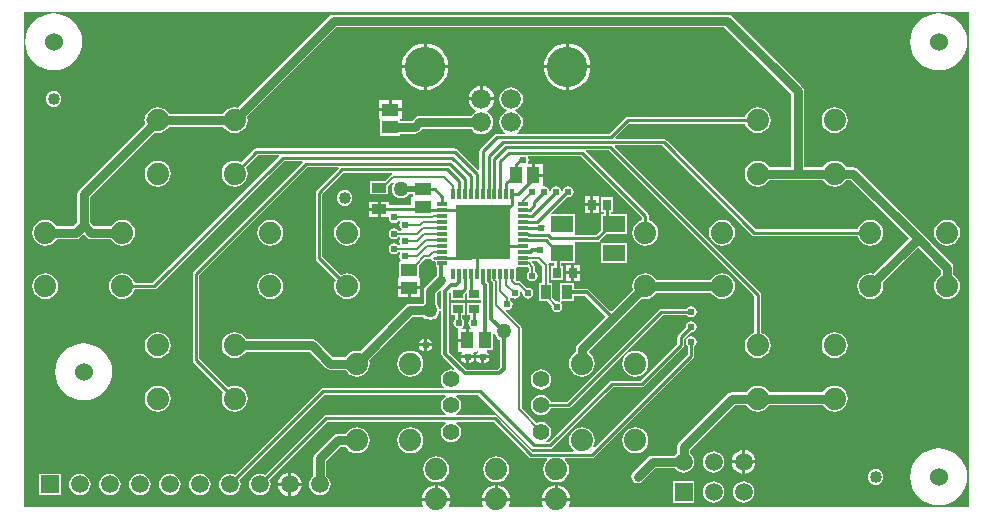
<source format=gtl>
%FSLAX25Y25*%
%MOIN*%
G70*
G01*
G75*
G04 Layer_Physical_Order=1*
G04 Layer_Color=3229647*
G04:AMPARAMS|DCode=10|XSize=40mil|YSize=40mil|CornerRadius=20mil|HoleSize=0mil|Usage=FLASHONLY|Rotation=0.000|XOffset=0mil|YOffset=0mil|HoleType=Round|Shape=RoundedRectangle|*
%AMROUNDEDRECTD10*
21,1,0.04000,0.00000,0,0,0.0*
21,1,0.00000,0.04000,0,0,0.0*
1,1,0.04000,0.00000,0.00000*
1,1,0.04000,0.00000,0.00000*
1,1,0.04000,0.00000,0.00000*
1,1,0.04000,0.00000,0.00000*
%
%ADD10ROUNDEDRECTD10*%
%ADD11R,0.03200X0.01200*%
%ADD12R,0.01200X0.03200*%
%ADD13R,0.04800X0.03200*%
%ADD14R,0.03200X0.04800*%
%ADD15R,0.03600X0.02800*%
%ADD16R,0.05512X0.04331*%
%ADD17R,0.04331X0.05512*%
%ADD18R,0.02800X0.03600*%
%ADD19R,0.07500X0.05600*%
%ADD20C,0.01000*%
%ADD21C,0.03000*%
%ADD22C,0.01200*%
%ADD23C,0.00800*%
%ADD24C,0.02000*%
%ADD25R,0.18000X0.18000*%
%ADD26C,0.06000*%
%ADD27C,0.05906*%
%ADD28R,0.05906X0.05906*%
%ADD29C,0.07400*%
%ADD30C,0.13500*%
%ADD31C,0.06600*%
%ADD32C,0.05512*%
%ADD33C,0.02400*%
%ADD34C,0.05000*%
%ADD35C,0.02300*%
G36*
X445000Y105000D02*
X312002D01*
X311724Y105416D01*
X312079Y106273D01*
X312175Y107000D01*
X302825D01*
X302921Y106273D01*
X303276Y105416D01*
X302998Y105000D01*
X292002D01*
X291724Y105416D01*
X292079Y106273D01*
X292175Y107000D01*
X282825D01*
X282921Y106273D01*
X283276Y105416D01*
X282998Y105000D01*
X272002D01*
X271724Y105416D01*
X272079Y106273D01*
X272175Y107000D01*
X262825D01*
X262921Y106273D01*
X263276Y105416D01*
X262998Y105000D01*
X130000D01*
Y270000D01*
X445000D01*
Y105000D01*
D02*
G37*
%LPC*%
G36*
X370500Y123921D02*
Y120500D01*
X373921D01*
X373851Y121032D01*
X373453Y121993D01*
X372819Y122819D01*
X371993Y123453D01*
X371032Y123851D01*
X370500Y123921D01*
D02*
G37*
G36*
X369500D02*
X368968Y123851D01*
X368007Y123453D01*
X367181Y122819D01*
X366547Y121993D01*
X366149Y121032D01*
X366079Y120500D01*
X369500D01*
Y123921D01*
D02*
G37*
G36*
X241100Y131537D02*
X239978Y131389D01*
X238931Y130956D01*
X238033Y130267D01*
X237344Y129369D01*
X237333Y129341D01*
X234700D01*
X233881Y129178D01*
X233186Y128714D01*
X227236Y122764D01*
X226772Y122069D01*
X226609Y121250D01*
Y115335D01*
X226216Y115034D01*
X225647Y114292D01*
X225289Y113427D01*
X225167Y112500D01*
X225289Y111573D01*
X225647Y110708D01*
X226216Y109966D01*
X226958Y109397D01*
X227823Y109039D01*
X228750Y108917D01*
X229677Y109039D01*
X230542Y109397D01*
X231284Y109966D01*
X231853Y110708D01*
X232211Y111573D01*
X232333Y112500D01*
X232211Y113427D01*
X231853Y114292D01*
X231284Y115034D01*
X230891Y115335D01*
Y120363D01*
X235587Y125059D01*
X237333D01*
X237344Y125031D01*
X238033Y124133D01*
X238931Y123444D01*
X239978Y123011D01*
X241100Y122863D01*
X242222Y123011D01*
X243269Y123444D01*
X244167Y124133D01*
X244856Y125031D01*
X245289Y126077D01*
X245437Y127200D01*
X245289Y128323D01*
X244856Y129369D01*
X244167Y130267D01*
X243269Y130956D01*
X242222Y131389D01*
X241100Y131537D01*
D02*
G37*
G36*
X333900D02*
X332778Y131389D01*
X331731Y130956D01*
X330833Y130267D01*
X330144Y129369D01*
X329711Y128323D01*
X329563Y127200D01*
X329711Y126077D01*
X330144Y125031D01*
X330833Y124133D01*
X331731Y123444D01*
X332778Y123011D01*
X333900Y122863D01*
X335022Y123011D01*
X336069Y123444D01*
X336967Y124133D01*
X337656Y125031D01*
X338089Y126077D01*
X338237Y127200D01*
X338089Y128323D01*
X337656Y129369D01*
X336967Y130267D01*
X336069Y130956D01*
X335022Y131389D01*
X333900Y131537D01*
D02*
G37*
G36*
X258900D02*
X257778Y131389D01*
X256731Y130956D01*
X255833Y130267D01*
X255144Y129369D01*
X254711Y128323D01*
X254563Y127200D01*
X254711Y126077D01*
X255144Y125031D01*
X255833Y124133D01*
X256731Y123444D01*
X257778Y123011D01*
X258900Y122863D01*
X260022Y123011D01*
X261069Y123444D01*
X261967Y124133D01*
X262656Y125031D01*
X263089Y126077D01*
X263237Y127200D01*
X263089Y128323D01*
X262656Y129369D01*
X261967Y130267D01*
X261069Y130956D01*
X260022Y131389D01*
X258900Y131537D01*
D02*
G37*
G36*
X287500Y121837D02*
X286378Y121689D01*
X285331Y121256D01*
X284433Y120567D01*
X283744Y119669D01*
X283311Y118623D01*
X283163Y117500D01*
X283311Y116377D01*
X283744Y115331D01*
X284433Y114433D01*
X285331Y113744D01*
X286378Y113311D01*
X287500Y113163D01*
X288622Y113311D01*
X289669Y113744D01*
X290567Y114433D01*
X291256Y115331D01*
X291689Y116377D01*
X291837Y117500D01*
X291689Y118623D01*
X291256Y119669D01*
X290567Y120567D01*
X289669Y121256D01*
X288622Y121689D01*
X287500Y121837D01*
D02*
G37*
G36*
X267500D02*
X266377Y121689D01*
X265331Y121256D01*
X264433Y120567D01*
X263744Y119669D01*
X263311Y118623D01*
X263163Y117500D01*
X263311Y116377D01*
X263744Y115331D01*
X264433Y114433D01*
X265331Y113744D01*
X266377Y113311D01*
X267500Y113163D01*
X268622Y113311D01*
X269669Y113744D01*
X270567Y114433D01*
X271256Y115331D01*
X271689Y116377D01*
X271837Y117500D01*
X271689Y118623D01*
X271256Y119669D01*
X270567Y120567D01*
X269669Y121256D01*
X268622Y121689D01*
X267500Y121837D01*
D02*
G37*
G36*
X369500Y119500D02*
X366079D01*
X366149Y118968D01*
X366547Y118007D01*
X367181Y117181D01*
X368007Y116547D01*
X368968Y116149D01*
X369500Y116079D01*
Y119500D01*
D02*
G37*
G36*
X360000Y123583D02*
X359073Y123461D01*
X358208Y123103D01*
X357466Y122534D01*
X356897Y121792D01*
X356539Y120927D01*
X356417Y120000D01*
X356539Y119073D01*
X356897Y118208D01*
X357466Y117466D01*
X358208Y116897D01*
X359073Y116539D01*
X360000Y116417D01*
X360927Y116539D01*
X361792Y116897D01*
X362534Y117466D01*
X363103Y118208D01*
X363461Y119073D01*
X363583Y120000D01*
X363461Y120927D01*
X363103Y121792D01*
X362534Y122534D01*
X361792Y123103D01*
X360927Y123461D01*
X360000Y123583D01*
D02*
G37*
G36*
X373921Y119500D02*
X370500D01*
Y116079D01*
X371032Y116149D01*
X371993Y116547D01*
X372819Y117181D01*
X373453Y118007D01*
X373851Y118968D01*
X373921Y119500D01*
D02*
G37*
G36*
X174700Y145437D02*
X173577Y145289D01*
X172531Y144856D01*
X171633Y144167D01*
X170944Y143269D01*
X170511Y142222D01*
X170363Y141100D01*
X170511Y139978D01*
X170944Y138931D01*
X171633Y138033D01*
X172531Y137344D01*
X173577Y136911D01*
X174700Y136763D01*
X175822Y136911D01*
X176869Y137344D01*
X177767Y138033D01*
X178456Y138931D01*
X178889Y139978D01*
X179037Y141100D01*
X178889Y142222D01*
X178456Y143269D01*
X177767Y144167D01*
X176869Y144856D01*
X175822Y145289D01*
X174700Y145437D01*
D02*
G37*
G36*
X400300Y163237D02*
X399178Y163089D01*
X398131Y162656D01*
X397233Y161967D01*
X396544Y161069D01*
X396111Y160022D01*
X395963Y158900D01*
X396111Y157778D01*
X396544Y156731D01*
X397233Y155833D01*
X398131Y155144D01*
X399178Y154711D01*
X400300Y154563D01*
X401423Y154711D01*
X402469Y155144D01*
X403367Y155833D01*
X404056Y156731D01*
X404489Y157778D01*
X404637Y158900D01*
X404489Y160022D01*
X404056Y161069D01*
X403367Y161967D01*
X402469Y162656D01*
X401423Y163089D01*
X400300Y163237D01*
D02*
G37*
G36*
X174700D02*
X173577Y163089D01*
X172531Y162656D01*
X171633Y161967D01*
X170944Y161069D01*
X170511Y160022D01*
X170363Y158900D01*
X170511Y157778D01*
X170944Y156731D01*
X171633Y155833D01*
X172531Y155144D01*
X173577Y154711D01*
X174700Y154563D01*
X175822Y154711D01*
X176869Y155144D01*
X177767Y155833D01*
X178456Y156731D01*
X178889Y157778D01*
X179037Y158900D01*
X178889Y160022D01*
X178456Y161069D01*
X177767Y161967D01*
X176869Y162656D01*
X175822Y163089D01*
X174700Y163237D01*
D02*
G37*
G36*
X263500Y158500D02*
X261856D01*
X261928Y158142D01*
X262414Y157414D01*
X263142Y156928D01*
X263500Y156856D01*
Y158500D01*
D02*
G37*
G36*
Y161144D02*
X263142Y161072D01*
X262414Y160586D01*
X261928Y159858D01*
X261856Y159500D01*
X263500D01*
Y161144D01*
D02*
G37*
G36*
X266144Y158500D02*
X264500D01*
Y156856D01*
X264858Y156928D01*
X265586Y157414D01*
X266072Y158142D01*
X266144Y158500D01*
D02*
G37*
G36*
X400300Y145437D02*
X399178Y145289D01*
X398131Y144856D01*
X397233Y144167D01*
X396544Y143269D01*
X396533Y143241D01*
X378467D01*
X378456Y143269D01*
X377767Y144167D01*
X376869Y144856D01*
X375822Y145289D01*
X374700Y145437D01*
X373577Y145289D01*
X372531Y144856D01*
X371633Y144167D01*
X370944Y143269D01*
X370933Y143241D01*
X366100D01*
X365281Y143078D01*
X364586Y142614D01*
X348486Y126514D01*
X348022Y125819D01*
X347859Y125000D01*
Y122835D01*
X347466Y122534D01*
X347165Y122141D01*
X339750D01*
X338931Y121978D01*
X338236Y121514D01*
X333236Y116514D01*
X332772Y115819D01*
X332609Y115000D01*
X332772Y114181D01*
X333236Y113486D01*
X333931Y113022D01*
X334750Y112859D01*
X335569Y113022D01*
X336264Y113486D01*
X340637Y117859D01*
X347165D01*
X347466Y117466D01*
X348208Y116897D01*
X349073Y116539D01*
X350000Y116417D01*
X350927Y116539D01*
X351792Y116897D01*
X352534Y117466D01*
X353103Y118208D01*
X353461Y119073D01*
X353583Y120000D01*
X353461Y120927D01*
X353103Y121792D01*
X352534Y122534D01*
X352141Y122835D01*
Y124113D01*
X366987Y138959D01*
X370933D01*
X370944Y138931D01*
X371633Y138033D01*
X372531Y137344D01*
X373577Y136911D01*
X374700Y136763D01*
X375822Y136911D01*
X376869Y137344D01*
X377767Y138033D01*
X378456Y138931D01*
X378467Y138959D01*
X396533D01*
X396544Y138931D01*
X397233Y138033D01*
X398131Y137344D01*
X399178Y136911D01*
X400300Y136763D01*
X401423Y136911D01*
X402469Y137344D01*
X403367Y138033D01*
X404056Y138931D01*
X404489Y139978D01*
X404637Y141100D01*
X404489Y142222D01*
X404056Y143269D01*
X403367Y144167D01*
X402469Y144856D01*
X401423Y145289D01*
X400300Y145437D01*
D02*
G37*
G36*
X150000Y159496D02*
X148147Y159313D01*
X146366Y158773D01*
X144725Y157895D01*
X143286Y156714D01*
X142105Y155275D01*
X141227Y153634D01*
X140687Y151853D01*
X140504Y150000D01*
X140687Y148147D01*
X141227Y146366D01*
X142105Y144725D01*
X143286Y143286D01*
X144725Y142105D01*
X146366Y141227D01*
X148147Y140687D01*
X150000Y140504D01*
X151853Y140687D01*
X153634Y141227D01*
X155275Y142105D01*
X156714Y143286D01*
X157895Y144725D01*
X158773Y146366D01*
X159313Y148147D01*
X159496Y150000D01*
X159313Y151853D01*
X158773Y153634D01*
X157895Y155275D01*
X156714Y156714D01*
X155275Y157895D01*
X153634Y158773D01*
X151853Y159313D01*
X150000Y159496D01*
D02*
G37*
G36*
X302500Y150885D02*
X301624Y150769D01*
X300808Y150431D01*
X300107Y149893D01*
X299569Y149192D01*
X299231Y148376D01*
X299115Y147500D01*
X299231Y146624D01*
X299569Y145808D01*
X300107Y145106D01*
X300808Y144569D01*
X301624Y144230D01*
X302500Y144115D01*
X303376Y144230D01*
X304192Y144569D01*
X304893Y145106D01*
X305431Y145808D01*
X305769Y146624D01*
X305885Y147500D01*
X305769Y148376D01*
X305431Y149192D01*
X304893Y149893D01*
X304192Y150431D01*
X303376Y150769D01*
X302500Y150885D01*
D02*
G37*
G36*
X333900Y157137D02*
X332778Y156989D01*
X331731Y156556D01*
X330833Y155867D01*
X330144Y154969D01*
X329711Y153922D01*
X329563Y152800D01*
X329711Y151678D01*
X330144Y150631D01*
X330833Y149733D01*
X331731Y149044D01*
X332778Y148611D01*
X333900Y148463D01*
X335022Y148611D01*
X336069Y149044D01*
X336967Y149733D01*
X337656Y150631D01*
X338089Y151678D01*
X338237Y152800D01*
X338089Y153922D01*
X337656Y154969D01*
X336967Y155867D01*
X336069Y156556D01*
X335022Y156989D01*
X333900Y157137D01*
D02*
G37*
G36*
X258900D02*
X257778Y156989D01*
X256731Y156556D01*
X255833Y155867D01*
X255144Y154969D01*
X254711Y153922D01*
X254563Y152800D01*
X254711Y151678D01*
X255144Y150631D01*
X255833Y149733D01*
X256731Y149044D01*
X257778Y148611D01*
X258900Y148463D01*
X260022Y148611D01*
X261069Y149044D01*
X261967Y149733D01*
X262656Y150631D01*
X263089Y151678D01*
X263237Y152800D01*
X263089Y153922D01*
X262656Y154969D01*
X261967Y155867D01*
X261069Y156556D01*
X260022Y156989D01*
X258900Y157137D01*
D02*
G37*
G36*
X287000Y112175D02*
X286273Y112079D01*
X285130Y111605D01*
X284148Y110852D01*
X283395Y109870D01*
X282921Y108727D01*
X282825Y108000D01*
X287000D01*
Y112175D01*
D02*
G37*
G36*
X268000D02*
Y108000D01*
X272175D01*
X272079Y108727D01*
X271605Y109870D01*
X270852Y110852D01*
X269870Y111605D01*
X268727Y112079D01*
X268000Y112175D01*
D02*
G37*
G36*
X288000D02*
Y108000D01*
X292175D01*
X292079Y108727D01*
X291605Y109870D01*
X290852Y110852D01*
X289870Y111605D01*
X288727Y112079D01*
X288000Y112175D01*
D02*
G37*
G36*
X308000D02*
Y108000D01*
X312175D01*
X312079Y108727D01*
X311606Y109870D01*
X310852Y110852D01*
X309870Y111605D01*
X308727Y112079D01*
X308000Y112175D01*
D02*
G37*
G36*
X307000D02*
X306273Y112079D01*
X305130Y111605D01*
X304148Y110852D01*
X303395Y109870D01*
X302921Y108727D01*
X302825Y108000D01*
X307000D01*
Y112175D01*
D02*
G37*
G36*
X360000Y113583D02*
X359073Y113461D01*
X358208Y113103D01*
X357466Y112534D01*
X356897Y111792D01*
X356539Y110927D01*
X356417Y110000D01*
X356539Y109073D01*
X356897Y108208D01*
X357466Y107466D01*
X358208Y106897D01*
X359073Y106539D01*
X360000Y106417D01*
X360927Y106539D01*
X361792Y106897D01*
X362534Y107466D01*
X363103Y108208D01*
X363461Y109073D01*
X363583Y110000D01*
X363461Y110927D01*
X363103Y111792D01*
X362534Y112534D01*
X361792Y113103D01*
X360927Y113461D01*
X360000Y113583D01*
D02*
G37*
G36*
X435000Y124496D02*
X433147Y124313D01*
X431366Y123773D01*
X429725Y122895D01*
X428286Y121714D01*
X427105Y120275D01*
X426227Y118634D01*
X425687Y116852D01*
X425504Y115000D01*
X425687Y113147D01*
X426227Y111366D01*
X427105Y109724D01*
X428286Y108285D01*
X429725Y107105D01*
X431366Y106227D01*
X433147Y105687D01*
X435000Y105504D01*
X436853Y105687D01*
X438634Y106227D01*
X440275Y107105D01*
X441714Y108285D01*
X442895Y109724D01*
X443773Y111366D01*
X444313Y113147D01*
X444496Y115000D01*
X444313Y116852D01*
X443773Y118634D01*
X442895Y120275D01*
X441714Y121714D01*
X440275Y122895D01*
X438634Y123773D01*
X436853Y124313D01*
X435000Y124496D01*
D02*
G37*
G36*
X370000Y113583D02*
X369073Y113461D01*
X368208Y113103D01*
X367466Y112534D01*
X366897Y111792D01*
X366539Y110927D01*
X366417Y110000D01*
X366539Y109073D01*
X366897Y108208D01*
X367466Y107466D01*
X368208Y106897D01*
X369073Y106539D01*
X370000Y106417D01*
X370927Y106539D01*
X371792Y106897D01*
X372534Y107466D01*
X373103Y108208D01*
X373461Y109073D01*
X373583Y110000D01*
X373461Y110927D01*
X373103Y111792D01*
X372534Y112534D01*
X371792Y113103D01*
X370927Y113461D01*
X370000Y113583D01*
D02*
G37*
G36*
X267000Y112175D02*
X266273Y112079D01*
X265130Y111605D01*
X264148Y110852D01*
X263394Y109870D01*
X262921Y108727D01*
X262825Y108000D01*
X267000D01*
Y112175D01*
D02*
G37*
G36*
X353553Y113553D02*
X346447D01*
Y106447D01*
X353553D01*
Y113553D01*
D02*
G37*
G36*
X218250Y112000D02*
X214829D01*
X214899Y111468D01*
X215297Y110507D01*
X215931Y109681D01*
X216757Y109047D01*
X217718Y108649D01*
X218250Y108579D01*
Y112000D01*
D02*
G37*
G36*
X142303Y116053D02*
X135197D01*
Y108947D01*
X142303D01*
Y116053D01*
D02*
G37*
G36*
X188750Y116083D02*
X187823Y115961D01*
X186958Y115603D01*
X186216Y115034D01*
X185647Y114292D01*
X185289Y113427D01*
X185167Y112500D01*
X185289Y111573D01*
X185647Y110708D01*
X186216Y109966D01*
X186958Y109397D01*
X187823Y109039D01*
X188750Y108917D01*
X189677Y109039D01*
X190542Y109397D01*
X191284Y109966D01*
X191853Y110708D01*
X192211Y111573D01*
X192333Y112500D01*
X192211Y113427D01*
X191853Y114292D01*
X191284Y115034D01*
X190542Y115603D01*
X189677Y115961D01*
X188750Y116083D01*
D02*
G37*
G36*
X414000Y117622D02*
X413321Y117533D01*
X412689Y117271D01*
X412146Y116854D01*
X411729Y116311D01*
X411467Y115679D01*
X411378Y115000D01*
X411467Y114321D01*
X411729Y113689D01*
X412146Y113146D01*
X412689Y112729D01*
X413321Y112467D01*
X414000Y112378D01*
X414679Y112467D01*
X415311Y112729D01*
X415854Y113146D01*
X416271Y113689D01*
X416533Y114321D01*
X416622Y115000D01*
X416533Y115679D01*
X416271Y116311D01*
X415854Y116854D01*
X415311Y117271D01*
X414679Y117533D01*
X414000Y117622D01*
D02*
G37*
G36*
X219250Y116421D02*
Y113000D01*
X222671D01*
X222601Y113532D01*
X222203Y114493D01*
X221569Y115319D01*
X220743Y115953D01*
X219782Y116351D01*
X219250Y116421D01*
D02*
G37*
G36*
X218250D02*
X217718Y116351D01*
X216757Y115953D01*
X215931Y115319D01*
X215297Y114493D01*
X214899Y113532D01*
X214829Y113000D01*
X218250D01*
Y116421D01*
D02*
G37*
G36*
X148750Y116083D02*
X147823Y115961D01*
X146958Y115603D01*
X146216Y115034D01*
X145647Y114292D01*
X145289Y113427D01*
X145167Y112500D01*
X145289Y111573D01*
X145647Y110708D01*
X146216Y109966D01*
X146958Y109397D01*
X147823Y109039D01*
X148750Y108917D01*
X149677Y109039D01*
X150542Y109397D01*
X151284Y109966D01*
X151853Y110708D01*
X152211Y111573D01*
X152333Y112500D01*
X152211Y113427D01*
X151853Y114292D01*
X151284Y115034D01*
X150542Y115603D01*
X149677Y115961D01*
X148750Y116083D01*
D02*
G37*
G36*
X222671Y112000D02*
X219250D01*
Y108579D01*
X219782Y108649D01*
X220743Y109047D01*
X221569Y109681D01*
X222203Y110507D01*
X222601Y111468D01*
X222671Y112000D01*
D02*
G37*
G36*
X158750Y116083D02*
X157823Y115961D01*
X156958Y115603D01*
X156216Y115034D01*
X155647Y114292D01*
X155289Y113427D01*
X155167Y112500D01*
X155289Y111573D01*
X155647Y110708D01*
X156216Y109966D01*
X156958Y109397D01*
X157823Y109039D01*
X158750Y108917D01*
X159677Y109039D01*
X160542Y109397D01*
X161284Y109966D01*
X161853Y110708D01*
X162211Y111573D01*
X162333Y112500D01*
X162211Y113427D01*
X161853Y114292D01*
X161284Y115034D01*
X160542Y115603D01*
X159677Y115961D01*
X158750Y116083D01*
D02*
G37*
G36*
X178750D02*
X177823Y115961D01*
X176958Y115603D01*
X176216Y115034D01*
X175647Y114292D01*
X175289Y113427D01*
X175167Y112500D01*
X175289Y111573D01*
X175647Y110708D01*
X176216Y109966D01*
X176958Y109397D01*
X177823Y109039D01*
X178750Y108917D01*
X179677Y109039D01*
X180542Y109397D01*
X181284Y109966D01*
X181853Y110708D01*
X182211Y111573D01*
X182333Y112500D01*
X182211Y113427D01*
X181853Y114292D01*
X181284Y115034D01*
X180542Y115603D01*
X179677Y115961D01*
X178750Y116083D01*
D02*
G37*
G36*
X168750D02*
X167823Y115961D01*
X166958Y115603D01*
X166216Y115034D01*
X165647Y114292D01*
X165289Y113427D01*
X165167Y112500D01*
X165289Y111573D01*
X165647Y110708D01*
X166216Y109966D01*
X166958Y109397D01*
X167823Y109039D01*
X168750Y108917D01*
X169677Y109039D01*
X170542Y109397D01*
X171284Y109966D01*
X171853Y110708D01*
X172211Y111573D01*
X172333Y112500D01*
X172211Y113427D01*
X171853Y114292D01*
X171284Y115034D01*
X170542Y115603D01*
X169677Y115961D01*
X168750Y116083D01*
D02*
G37*
G36*
X264500Y161144D02*
Y159500D01*
X266144D01*
X266072Y159858D01*
X265586Y160586D01*
X264858Y161072D01*
X264500Y161144D01*
D02*
G37*
G36*
X286850Y240500D02*
X278308D01*
X278389Y239878D01*
X278823Y238831D01*
X279512Y237933D01*
X280410Y237244D01*
X280677Y237134D01*
Y236633D01*
X280612Y236607D01*
X279797Y235981D01*
X279306Y235341D01*
X261950D01*
X261131Y235178D01*
X260436Y234714D01*
X259410Y233688D01*
X255606D01*
Y234287D01*
X256006D01*
Y236953D01*
X248494D01*
Y234287D01*
X248894D01*
Y228782D01*
X255606D01*
Y229406D01*
X260297D01*
X261117Y229569D01*
X261811Y230033D01*
X261811Y230033D01*
X261811Y230033D01*
X262837Y231059D01*
X279306D01*
X279797Y230418D01*
X280612Y229793D01*
X281561Y229400D01*
X282579Y229266D01*
X283597Y229400D01*
X284546Y229793D01*
X285360Y230418D01*
X285985Y231233D01*
X286378Y232182D01*
X286512Y233200D01*
X286378Y234218D01*
X285985Y235167D01*
X285360Y235981D01*
X284546Y236607D01*
X284481Y236633D01*
Y237134D01*
X284747Y237244D01*
X285646Y237933D01*
X286335Y238831D01*
X286768Y239878D01*
X286850Y240500D01*
D02*
G37*
G36*
X400300Y238237D02*
X399178Y238089D01*
X398131Y237656D01*
X397233Y236967D01*
X396544Y236069D01*
X396111Y235022D01*
X395963Y233900D01*
X396111Y232778D01*
X396544Y231731D01*
X397233Y230833D01*
X398131Y230144D01*
X399178Y229711D01*
X400300Y229563D01*
X401423Y229711D01*
X402469Y230144D01*
X403367Y230833D01*
X404056Y231731D01*
X404489Y232778D01*
X404637Y233900D01*
X404489Y235022D01*
X404056Y236069D01*
X403367Y236967D01*
X402469Y237656D01*
X401423Y238089D01*
X400300Y238237D01*
D02*
G37*
G36*
X292500Y244934D02*
X291482Y244800D01*
X290533Y244407D01*
X289719Y243781D01*
X289093Y242967D01*
X288700Y242018D01*
X288566Y241000D01*
X288700Y239982D01*
X289093Y239033D01*
X289719Y238218D01*
X290533Y237593D01*
X291121Y237350D01*
Y236850D01*
X290533Y236607D01*
X289719Y235981D01*
X289093Y235167D01*
X288700Y234218D01*
X288566Y233200D01*
X288700Y232182D01*
X289093Y231233D01*
X289719Y230418D01*
X290517Y229806D01*
X290420Y229520D01*
X290342Y229332D01*
X287711D01*
X287711Y229332D01*
X287282Y229247D01*
X286918Y229004D01*
X286918Y229004D01*
X282207Y224293D01*
X281964Y223929D01*
X281878Y223500D01*
X281878Y223500D01*
Y217455D01*
X281417Y217264D01*
X274487Y224193D01*
X274123Y224436D01*
X273694Y224522D01*
X273694Y224521D01*
X207600D01*
X207600Y224522D01*
X207171Y224436D01*
X206807Y224193D01*
X206807Y224193D01*
X202469Y219855D01*
X202469Y219856D01*
X201423Y220289D01*
X200300Y220437D01*
X199178Y220289D01*
X198131Y219856D01*
X197233Y219167D01*
X196544Y218269D01*
X196111Y217222D01*
X195963Y216100D01*
X196111Y214978D01*
X196544Y213931D01*
X197233Y213033D01*
X198131Y212344D01*
X199178Y211911D01*
X200300Y211763D01*
X201423Y211911D01*
X202469Y212344D01*
X203367Y213033D01*
X204056Y213931D01*
X204489Y214978D01*
X204637Y216100D01*
X204489Y217222D01*
X204056Y218269D01*
X204055Y218269D01*
X208065Y222278D01*
X215039D01*
X215230Y221816D01*
X173135Y179722D01*
X166990D01*
X166989Y179722D01*
X166556Y180769D01*
X165867Y181667D01*
X164969Y182356D01*
X163923Y182789D01*
X162800Y182937D01*
X161678Y182789D01*
X160631Y182356D01*
X159733Y181667D01*
X159044Y180769D01*
X158611Y179722D01*
X158463Y178600D01*
X158611Y177478D01*
X159044Y176431D01*
X159733Y175533D01*
X160631Y174844D01*
X161678Y174411D01*
X162800Y174263D01*
X163923Y174411D01*
X164969Y174844D01*
X165867Y175533D01*
X166556Y176431D01*
X166989Y177478D01*
X166990Y177478D01*
X173600D01*
X173600Y177478D01*
X174029Y177564D01*
X174393Y177807D01*
X216865Y220279D01*
X222789D01*
X222980Y219816D01*
X186707Y183543D01*
X186464Y183179D01*
X186378Y182750D01*
X186378Y182750D01*
Y153900D01*
X186378Y153900D01*
X186464Y153471D01*
X186707Y153107D01*
X196545Y143269D01*
X196544Y143269D01*
X196111Y142222D01*
X195963Y141100D01*
X196111Y139978D01*
X196544Y138931D01*
X197233Y138033D01*
X198131Y137344D01*
X199178Y136911D01*
X200300Y136763D01*
X201423Y136911D01*
X202469Y137344D01*
X203367Y138033D01*
X204056Y138931D01*
X204489Y139978D01*
X204637Y141100D01*
X204489Y142222D01*
X204056Y143269D01*
X203367Y144167D01*
X202469Y144856D01*
X201423Y145289D01*
X200300Y145437D01*
X199178Y145289D01*
X198131Y144856D01*
X198131Y144855D01*
X188622Y154365D01*
Y182285D01*
X224615Y218279D01*
X234789D01*
X234980Y217816D01*
X227707Y210543D01*
X227464Y210179D01*
X227378Y209750D01*
X227379Y209750D01*
Y187900D01*
X227378Y187900D01*
X227464Y187471D01*
X227707Y187107D01*
X234045Y180769D01*
X234044Y180769D01*
X233611Y179722D01*
X233463Y178600D01*
X233611Y177478D01*
X234044Y176431D01*
X234733Y175533D01*
X235631Y174844D01*
X236678Y174411D01*
X237800Y174263D01*
X238923Y174411D01*
X239969Y174844D01*
X240867Y175533D01*
X241556Y176431D01*
X241989Y177478D01*
X242137Y178600D01*
X241989Y179722D01*
X241556Y180769D01*
X240867Y181667D01*
X239969Y182356D01*
X238923Y182789D01*
X237800Y182937D01*
X236678Y182789D01*
X235631Y182356D01*
X235631Y182355D01*
X229622Y188365D01*
Y209285D01*
X236715Y216378D01*
X252652D01*
X252797Y215900D01*
X252529Y215721D01*
X250358Y213550D01*
X245500D01*
Y209150D01*
X251500D01*
Y211808D01*
X252934Y213242D01*
X253310Y212913D01*
X253042Y212563D01*
X252730Y211809D01*
X252623Y211000D01*
X252730Y210191D01*
X253042Y209437D01*
X253539Y208789D01*
X254187Y208292D01*
X254941Y207980D01*
X255750Y207873D01*
X256559Y207980D01*
X257313Y208292D01*
X257961Y208789D01*
X258406Y209369D01*
X259644D01*
Y208213D01*
X259244D01*
Y205578D01*
X251900D01*
Y206807D01*
X249000D01*
Y204207D01*
Y201607D01*
X251577D01*
X251665Y201500D01*
X251804Y200798D01*
X252202Y200202D01*
X252798Y199804D01*
X253500Y199665D01*
X254202Y199804D01*
X254798Y200202D01*
X254886Y200334D01*
X255385Y200310D01*
X255530Y200039D01*
X255304Y199702D01*
X255165Y199000D01*
X255304Y198298D01*
X255702Y197702D01*
X256008Y197498D01*
X255863Y197020D01*
X254984D01*
X254798Y197298D01*
X254202Y197696D01*
X253500Y197835D01*
X252798Y197696D01*
X252202Y197298D01*
X251804Y196702D01*
X251665Y196000D01*
X251804Y195298D01*
X252202Y194702D01*
X252798Y194304D01*
X253500Y194165D01*
X254202Y194304D01*
X254798Y194702D01*
X254886Y194834D01*
X255385Y194810D01*
X255530Y194539D01*
X255304Y194202D01*
X255165Y193500D01*
X255304Y192798D01*
X255530Y192461D01*
X255385Y192190D01*
X254886Y192166D01*
X254798Y192298D01*
X254202Y192696D01*
X253500Y192835D01*
X252798Y192696D01*
X252202Y192298D01*
X251804Y191702D01*
X251665Y191000D01*
X251804Y190298D01*
X252202Y189702D01*
X252798Y189304D01*
X253500Y189165D01*
X254202Y189304D01*
X254798Y189702D01*
X254886Y189834D01*
X255385Y189810D01*
X255530Y189539D01*
X255304Y189202D01*
X255165Y188500D01*
X255304Y187798D01*
X255702Y187202D01*
X255711Y187197D01*
X255566Y186718D01*
X255144D01*
Y181213D01*
X254744D01*
Y178547D01*
X262256D01*
Y181213D01*
X261856D01*
Y185414D01*
X263922Y187480D01*
X265000D01*
X265390Y187558D01*
X265390Y187558D01*
X265390Y187558D01*
X265711Y187697D01*
D01*
D01*
X265954Y187333D01*
X266318Y187090D01*
X266747Y187004D01*
X267000D01*
Y186526D01*
X267400D01*
Y184958D01*
X267776D01*
Y182208D01*
X267486Y182014D01*
X263986Y178514D01*
X263522Y177819D01*
X263359Y177000D01*
Y172765D01*
X263289Y172711D01*
X263235Y172641D01*
X258800D01*
X257981Y172478D01*
X257286Y172014D01*
X242250Y156978D01*
X242222Y156989D01*
X241100Y157137D01*
X239978Y156989D01*
X238931Y156556D01*
X238033Y155867D01*
X237344Y154969D01*
X237333Y154941D01*
X233087D01*
X227614Y160414D01*
X226919Y160878D01*
X226100Y161041D01*
X204067D01*
X204056Y161069D01*
X203367Y161967D01*
X202469Y162656D01*
X201423Y163089D01*
X200300Y163237D01*
X199178Y163089D01*
X198131Y162656D01*
X197233Y161967D01*
X196544Y161069D01*
X196111Y160022D01*
X195963Y158900D01*
X196111Y157778D01*
X196544Y156731D01*
X197233Y155833D01*
X198131Y155144D01*
X199178Y154711D01*
X200300Y154563D01*
X201423Y154711D01*
X202469Y155144D01*
X203367Y155833D01*
X204056Y156731D01*
X204067Y156759D01*
X225213D01*
X230686Y151286D01*
X231381Y150822D01*
X231381Y150822D01*
X231381Y150822D01*
D01*
X231381Y150822D01*
X231381Y150822D01*
X232200Y150659D01*
X237333D01*
X237344Y150631D01*
X238033Y149733D01*
X238931Y149044D01*
X239978Y148611D01*
X241100Y148463D01*
X242222Y148611D01*
X243269Y149044D01*
X244167Y149733D01*
X244856Y150631D01*
X245289Y151678D01*
X245437Y152800D01*
X245289Y153922D01*
X245278Y153950D01*
X259687Y168359D01*
X263235D01*
X263289Y168289D01*
X263937Y167792D01*
X264691Y167480D01*
X265500Y167373D01*
X266309Y167480D01*
X267063Y167792D01*
X267711Y168289D01*
X268208Y168937D01*
X268520Y169691D01*
X268627Y170500D01*
X268520Y171309D01*
X268208Y172063D01*
X267711Y172711D01*
X267641Y172765D01*
Y176113D01*
X268853Y177325D01*
X269294Y177090D01*
X269276Y177000D01*
Y156000D01*
X269276Y156000D01*
X269276D01*
X269370Y155532D01*
X269635Y155135D01*
X273545Y151225D01*
X273324Y150776D01*
X272500Y150885D01*
X271624Y150769D01*
X270808Y150431D01*
X270107Y149893D01*
X269569Y149192D01*
X269231Y148376D01*
X269115Y147500D01*
X269231Y146624D01*
X269569Y145808D01*
X270107Y145106D01*
X270122Y145095D01*
X269961Y144622D01*
X229750D01*
X229750Y144622D01*
X229321Y144536D01*
X228957Y144293D01*
X200348Y115684D01*
X199677Y115961D01*
X198750Y116083D01*
X197823Y115961D01*
X196958Y115603D01*
X196216Y115034D01*
X195647Y114292D01*
X195289Y113427D01*
X195167Y112500D01*
X195289Y111573D01*
X195647Y110708D01*
X196216Y109966D01*
X196958Y109397D01*
X197823Y109039D01*
X198750Y108917D01*
X199677Y109039D01*
X200542Y109397D01*
X201284Y109966D01*
X201853Y110708D01*
X202211Y111573D01*
X202333Y112500D01*
X202211Y113427D01*
X201934Y114098D01*
X230215Y142378D01*
X270613D01*
X270773Y141905D01*
X270107Y141393D01*
X269569Y140692D01*
X269231Y139876D01*
X269115Y139000D01*
X269231Y138124D01*
X269569Y137308D01*
X270107Y136607D01*
X270773Y136095D01*
X270613Y135622D01*
X230750D01*
X230750Y135622D01*
X230321Y135536D01*
X229957Y135293D01*
X229957Y135293D01*
X210348Y115684D01*
X209677Y115961D01*
X208750Y116083D01*
X207823Y115961D01*
X206958Y115603D01*
X206216Y115034D01*
X205647Y114292D01*
X205289Y113427D01*
X205167Y112500D01*
X205289Y111573D01*
X205647Y110708D01*
X206216Y109966D01*
X206958Y109397D01*
X207823Y109039D01*
X208750Y108917D01*
X209677Y109039D01*
X210542Y109397D01*
X211284Y109966D01*
X211853Y110708D01*
X212211Y111573D01*
X212333Y112500D01*
X212211Y113427D01*
X211934Y114098D01*
X231215Y133378D01*
X270613D01*
X270773Y132905D01*
X270107Y132394D01*
X269569Y131692D01*
X269231Y130876D01*
X269115Y130000D01*
X269231Y129124D01*
X269569Y128308D01*
X270107Y127606D01*
X270808Y127069D01*
X271624Y126731D01*
X272500Y126615D01*
X273376Y126731D01*
X274192Y127069D01*
X274893Y127606D01*
X275431Y128308D01*
X275769Y129124D01*
X275885Y130000D01*
X275769Y130876D01*
X275431Y131692D01*
X274893Y132394D01*
X274227Y132905D01*
X274388Y133378D01*
X286535D01*
X298407Y121507D01*
X298407Y121507D01*
X298771Y121264D01*
X299200Y121178D01*
X299200Y121178D01*
X304453D01*
X304613Y120705D01*
X304433Y120567D01*
X303744Y119669D01*
X303311Y118623D01*
X303163Y117500D01*
X303311Y116377D01*
X303744Y115331D01*
X304433Y114433D01*
X305331Y113744D01*
X306378Y113311D01*
X307500Y113163D01*
X308623Y113311D01*
X309669Y113744D01*
X310567Y114433D01*
X311256Y115331D01*
X311689Y116377D01*
X311837Y117500D01*
X311689Y118623D01*
X311256Y119669D01*
X310567Y120567D01*
X310387Y120705D01*
X310547Y121178D01*
X319371D01*
X319371Y121178D01*
X319800Y121264D01*
X320164Y121507D01*
X353293Y154636D01*
X353293Y154636D01*
X353536Y155000D01*
X353536Y155000D01*
X353536Y155000D01*
X353622Y155429D01*
X353622Y155429D01*
Y158585D01*
X353798Y158702D01*
X354196Y159298D01*
X354335Y160000D01*
X354196Y160702D01*
X353798Y161298D01*
X353202Y161696D01*
X352500Y161835D01*
X351798Y161696D01*
X351202Y161298D01*
X350804Y160702D01*
X350665Y160000D01*
X350804Y159298D01*
X351202Y158702D01*
X351378Y158585D01*
Y155894D01*
X320295Y124810D01*
X319880Y125088D01*
X320289Y126077D01*
X320437Y127200D01*
X320289Y128323D01*
X319856Y129369D01*
X319167Y130267D01*
X318269Y130956D01*
X317222Y131389D01*
X316100Y131537D01*
X314978Y131389D01*
X313931Y130956D01*
X313033Y130267D01*
X312344Y129369D01*
X311911Y128323D01*
X311763Y127200D01*
X311911Y126077D01*
X312344Y125031D01*
X313033Y124133D01*
X313344Y123895D01*
X313183Y123422D01*
X299665D01*
X287793Y135293D01*
X287429Y135536D01*
X287000Y135622D01*
X287000Y135622D01*
X274388D01*
X274227Y136095D01*
X274893Y136607D01*
X275431Y137308D01*
X275769Y138124D01*
X275885Y139000D01*
X275769Y139876D01*
X275431Y140692D01*
X274893Y141393D01*
X274227Y141905D01*
X274388Y142378D01*
X281535D01*
X299207Y124707D01*
X299207Y124707D01*
X299571Y124464D01*
X299571Y124464D01*
X299571Y124464D01*
D01*
X299571Y124464D01*
X299571Y124464D01*
X300000Y124378D01*
X305500D01*
X305500Y124378D01*
X305929Y124464D01*
X306293Y124707D01*
X326465Y144878D01*
X336000D01*
X336000Y144878D01*
X336429Y144964D01*
X336793Y145207D01*
X349793Y158207D01*
X349793Y158207D01*
X350036Y158571D01*
X350036Y158571D01*
X350036Y158571D01*
X350122Y159000D01*
X350121Y159000D01*
Y161035D01*
X352292Y163206D01*
X352500Y163165D01*
X353202Y163304D01*
X353798Y163702D01*
X354196Y164298D01*
X354335Y165000D01*
X354196Y165702D01*
X353798Y166298D01*
X353202Y166696D01*
X352500Y166835D01*
X351798Y166696D01*
X351202Y166298D01*
X350804Y165702D01*
X350665Y165000D01*
X350706Y164792D01*
X348207Y162293D01*
X347964Y161929D01*
X347878Y161500D01*
X347879Y161500D01*
Y159465D01*
X335535Y147122D01*
X326000D01*
X326000Y147122D01*
X325571Y147036D01*
X325207Y146793D01*
X325207Y146793D01*
X305035Y126622D01*
X304387D01*
X304227Y127095D01*
X304893Y127606D01*
X305431Y128308D01*
X305769Y129124D01*
X305885Y130000D01*
X305769Y130876D01*
X305431Y131692D01*
X304893Y132394D01*
X304192Y132931D01*
X303376Y133270D01*
X302500Y133385D01*
X301624Y133270D01*
X300951Y132991D01*
X296020Y137922D01*
Y164500D01*
X295942Y164890D01*
X295721Y165221D01*
X290645Y170297D01*
X290880Y170738D01*
X291250Y170665D01*
X291952Y170804D01*
X292548Y171202D01*
X292946Y171798D01*
X293085Y172500D01*
X292946Y173202D01*
X292548Y173798D01*
X292270Y173984D01*
Y174544D01*
X292711Y174780D01*
X293048Y174554D01*
X293750Y174415D01*
X294452Y174554D01*
X295048Y174952D01*
X295446Y175548D01*
X295585Y176250D01*
X295512Y176620D01*
X295809Y176779D01*
X296211Y176481D01*
X296165Y176250D01*
X296304Y175548D01*
X296702Y174952D01*
X297298Y174554D01*
X298000Y174415D01*
X298702Y174554D01*
X299298Y174952D01*
X299696Y175548D01*
X299835Y176250D01*
X299696Y176952D01*
X299298Y177548D01*
X298702Y177946D01*
X298000Y178085D01*
X297672Y178020D01*
X295721Y179971D01*
X295390Y180192D01*
X295000Y180270D01*
X294172D01*
X294038Y180404D01*
X294042Y180414D01*
X294042D01*
X294042Y180414D01*
Y184250D01*
X294500D01*
X294254Y184495D01*
X294446Y184958D01*
X298101D01*
X298480Y184578D01*
Y183484D01*
X298202Y183298D01*
X297804Y182702D01*
X297665Y182000D01*
X297804Y181298D01*
X298202Y180702D01*
X298798Y180304D01*
X299500Y180165D01*
X300202Y180304D01*
X300798Y180702D01*
X301196Y181298D01*
X301335Y182000D01*
X301196Y182702D01*
X300798Y183298D01*
X300520Y183484D01*
Y185000D01*
X300442Y185390D01*
X300221Y185721D01*
X299297Y186644D01*
X299489Y187106D01*
X301202D01*
X302937Y185371D01*
Y179500D01*
X301757D01*
Y173500D01*
X304558D01*
X305980Y172078D01*
X305915Y171750D01*
X306054Y171048D01*
X306452Y170452D01*
X307048Y170054D01*
X307750Y169915D01*
X308452Y170054D01*
X309048Y170452D01*
X309446Y171048D01*
X309585Y171750D01*
X309446Y172452D01*
X309048Y173048D01*
X309212Y173294D01*
D01*
X309293Y173414D01*
D01*
X309350Y173500D01*
X313300D01*
Y175277D01*
X317243D01*
X324046Y168474D01*
X314586Y159014D01*
X314122Y158319D01*
X313959Y157500D01*
Y156567D01*
X313931Y156556D01*
X313033Y155867D01*
X312344Y154969D01*
X311911Y153922D01*
X311763Y152800D01*
X311911Y151678D01*
X312344Y150631D01*
X313033Y149733D01*
X313931Y149044D01*
X314978Y148611D01*
X316100Y148463D01*
X317222Y148611D01*
X318269Y149044D01*
X319167Y149733D01*
X319856Y150631D01*
X320289Y151678D01*
X320437Y152800D01*
X320289Y153922D01*
X319856Y154969D01*
X319167Y155867D01*
X318522Y156362D01*
X318489Y156861D01*
X327939Y166311D01*
X327939Y166311D01*
X336050Y174422D01*
X336077Y174411D01*
X337200Y174263D01*
X338322Y174411D01*
X339369Y174844D01*
X340267Y175533D01*
X340956Y176431D01*
X340967Y176459D01*
X359033D01*
X359044Y176431D01*
X359733Y175533D01*
X360631Y174844D01*
X361678Y174411D01*
X362800Y174263D01*
X363923Y174411D01*
X364969Y174844D01*
X365867Y175533D01*
X366556Y176431D01*
X366989Y177478D01*
X367137Y178600D01*
X366989Y179722D01*
X366556Y180769D01*
X365867Y181667D01*
X364969Y182356D01*
X363923Y182789D01*
X362800Y182937D01*
X361678Y182789D01*
X360631Y182356D01*
X359733Y181667D01*
X359044Y180769D01*
X359033Y180741D01*
X340967D01*
X340956Y180769D01*
X340267Y181667D01*
X339369Y182356D01*
X338322Y182789D01*
X337200Y182937D01*
X336077Y182789D01*
X335031Y182356D01*
X334133Y181667D01*
X333444Y180769D01*
X333011Y179722D01*
X332863Y178600D01*
X333011Y177478D01*
X333022Y177450D01*
X326026Y170454D01*
X325526D01*
X318615Y177365D01*
X318218Y177630D01*
X317750Y177724D01*
X313300D01*
Y179500D01*
X308900D01*
Y173677D01*
X308876Y173664D01*
X308876D01*
X308459Y173441D01*
X308452Y173446D01*
X307750Y173585D01*
X307422Y173520D01*
X306157Y174785D01*
Y179500D01*
X304976D01*
Y185793D01*
X304952Y185914D01*
X305270Y186300D01*
X306878D01*
Y185400D01*
X305941D01*
Y180600D01*
X309941D01*
Y185400D01*
X309121D01*
Y186300D01*
X313650D01*
Y193100D01*
D01*
Y193100D01*
X313929Y193378D01*
X321250D01*
X321250Y193378D01*
X321679Y193464D01*
X322043Y193707D01*
X324161Y195824D01*
X331011D01*
Y202624D01*
X325681D01*
Y203350D01*
X326559D01*
Y208150D01*
X322559D01*
Y203350D01*
X323438D01*
Y202624D01*
X322311D01*
Y197148D01*
X320785Y195622D01*
X313650D01*
Y195824D01*
X313650D01*
Y202624D01*
X306111D01*
X305920Y203086D01*
X311081Y208248D01*
X311500Y208165D01*
X312202Y208304D01*
X312798Y208702D01*
X313196Y209298D01*
X313335Y210000D01*
X313196Y210702D01*
X312798Y211298D01*
X312202Y211696D01*
X311500Y211835D01*
X310798Y211696D01*
X310202Y211298D01*
X309804Y210702D01*
X309750Y210429D01*
X309250D01*
X309196Y210702D01*
X308798Y211298D01*
X308202Y211696D01*
X307500Y211835D01*
X306798Y211696D01*
X306202Y211298D01*
X305804Y210702D01*
X305750Y210429D01*
X305250D01*
X305196Y210702D01*
X304798Y211298D01*
X304202Y211696D01*
X303500Y211835D01*
X303118Y212149D01*
Y215000D01*
X299953D01*
Y215500D01*
X299453D01*
Y219256D01*
X298364D01*
X298128Y219697D01*
X298196Y219798D01*
X298335Y220500D01*
X298196Y221202D01*
X298038Y221438D01*
X298274Y221879D01*
X315785D01*
X336079Y201585D01*
Y200589D01*
X336077Y200589D01*
X335031Y200156D01*
X334133Y199467D01*
X333444Y198569D01*
X333011Y197522D01*
X332863Y196400D01*
X333011Y195278D01*
X333444Y194231D01*
X334133Y193333D01*
X335031Y192644D01*
X336077Y192211D01*
X337200Y192063D01*
X338322Y192211D01*
X339369Y192644D01*
X340267Y193333D01*
X340956Y194231D01*
X341389Y195278D01*
X341537Y196400D01*
X341389Y197522D01*
X340956Y198569D01*
X340267Y199467D01*
X339369Y200156D01*
X338322Y200589D01*
X338321Y200589D01*
Y202050D01*
X338236Y202479D01*
X337993Y202843D01*
X337993Y202843D01*
X317420Y223416D01*
X317611Y223878D01*
X325035D01*
X373579Y175335D01*
Y163090D01*
X373577Y163089D01*
X372531Y162656D01*
X371633Y161967D01*
X370944Y161069D01*
X370511Y160022D01*
X370363Y158900D01*
X370511Y157778D01*
X370944Y156731D01*
X371633Y155833D01*
X372531Y155144D01*
X373577Y154711D01*
X374700Y154563D01*
X375822Y154711D01*
X376869Y155144D01*
X377767Y155833D01*
X378456Y156731D01*
X378889Y157778D01*
X379037Y158900D01*
X378889Y160022D01*
X378456Y161069D01*
X377767Y161967D01*
X376869Y162656D01*
X375822Y163089D01*
X375821Y163090D01*
Y175800D01*
X375822Y175800D01*
X375736Y176229D01*
X375493Y176593D01*
X375493Y176593D01*
X327070Y225016D01*
X327261Y225478D01*
X342935D01*
X372807Y195607D01*
X372807Y195607D01*
X373171Y195364D01*
X373171Y195364D01*
X373171Y195364D01*
D01*
X373171Y195364D01*
X373171Y195364D01*
X373600Y195278D01*
X373600Y195278D01*
X408011D01*
X408011Y195278D01*
X408444Y194231D01*
X409133Y193333D01*
X410032Y192644D01*
X411077Y192211D01*
X412200Y192063D01*
X413322Y192211D01*
X414368Y192644D01*
X415267Y193333D01*
X415956Y194231D01*
X416389Y195278D01*
X416537Y196400D01*
X416389Y197522D01*
X415956Y198569D01*
X415267Y199467D01*
X414368Y200156D01*
X413322Y200589D01*
X412200Y200737D01*
X411077Y200589D01*
X410032Y200156D01*
X409133Y199467D01*
X408444Y198569D01*
X408011Y197522D01*
X408011Y197522D01*
X374065D01*
X344193Y227393D01*
X343829Y227636D01*
X343400Y227722D01*
X343400Y227722D01*
X327461D01*
X327270Y228184D01*
X331865Y232779D01*
X370511D01*
X370511Y232778D01*
X370944Y231731D01*
X371633Y230833D01*
X372531Y230144D01*
X373577Y229711D01*
X374700Y229563D01*
X375822Y229711D01*
X376869Y230144D01*
X377767Y230833D01*
X378456Y231731D01*
X378889Y232778D01*
X379037Y233900D01*
X378889Y235022D01*
X378456Y236069D01*
X377767Y236967D01*
X376869Y237656D01*
X375822Y238089D01*
X374700Y238237D01*
X373577Y238089D01*
X372531Y237656D01*
X371633Y236967D01*
X370944Y236069D01*
X370511Y235022D01*
X370511Y235021D01*
X331400D01*
X330971Y234936D01*
X330607Y234693D01*
X330607Y234693D01*
X325246Y229332D01*
X294658D01*
X294580Y229520D01*
X294483Y229806D01*
X295282Y230418D01*
X295907Y231233D01*
X296300Y232182D01*
X296434Y233200D01*
X296300Y234218D01*
X295907Y235167D01*
X295282Y235981D01*
X294467Y236607D01*
X293879Y236850D01*
Y237350D01*
X294467Y237593D01*
X295282Y238218D01*
X295907Y239033D01*
X296300Y239982D01*
X296434Y241000D01*
X296300Y242018D01*
X295907Y242967D01*
X295282Y243781D01*
X294467Y244407D01*
X293518Y244800D01*
X292500Y244934D01*
D02*
G37*
G36*
X140000Y243622D02*
X139321Y243533D01*
X138689Y243271D01*
X138146Y242854D01*
X137729Y242311D01*
X137467Y241679D01*
X137378Y241000D01*
X137467Y240321D01*
X137729Y239689D01*
X138146Y239146D01*
X138689Y238729D01*
X139321Y238467D01*
X140000Y238378D01*
X140679Y238467D01*
X141311Y238729D01*
X141854Y239146D01*
X142271Y239689D01*
X142533Y240321D01*
X142622Y241000D01*
X142533Y241679D01*
X142271Y242311D01*
X141854Y242854D01*
X141311Y243271D01*
X140679Y243533D01*
X140000Y243622D01*
D02*
G37*
G36*
X256006Y240618D02*
X252750D01*
Y237953D01*
X256006D01*
Y240618D01*
D02*
G37*
G36*
X251750D02*
X248494D01*
Y237953D01*
X251750D01*
Y240618D01*
D02*
G37*
G36*
X321800Y208550D02*
X319900D01*
Y206250D01*
X321800D01*
Y208550D01*
D02*
G37*
G36*
X318900D02*
X317000D01*
Y206250D01*
X318900D01*
Y208550D01*
D02*
G37*
G36*
X237000Y210622D02*
X236321Y210533D01*
X235689Y210271D01*
X235146Y209854D01*
X234729Y209311D01*
X234467Y208679D01*
X234378Y208000D01*
X234467Y207321D01*
X234729Y206689D01*
X235146Y206146D01*
X235689Y205729D01*
X236321Y205467D01*
X237000Y205378D01*
X237679Y205467D01*
X238311Y205729D01*
X238854Y206146D01*
X239271Y206689D01*
X239533Y207321D01*
X239622Y208000D01*
X239533Y208679D01*
X239271Y209311D01*
X238854Y209854D01*
X238311Y210271D01*
X237679Y210533D01*
X237000Y210622D01*
D02*
G37*
G36*
X364500Y269141D02*
X233400D01*
X232581Y268978D01*
X231886Y268514D01*
X201450Y238078D01*
X201423Y238089D01*
X200300Y238237D01*
X199178Y238089D01*
X198131Y237656D01*
X197233Y236967D01*
X196544Y236069D01*
X196533Y236041D01*
X178467D01*
X178456Y236069D01*
X177767Y236967D01*
X176869Y237656D01*
X175822Y238089D01*
X174700Y238237D01*
X173577Y238089D01*
X172531Y237656D01*
X171633Y236967D01*
X170944Y236069D01*
X170511Y235022D01*
X170458Y234622D01*
X170393Y234524D01*
X170269Y233900D01*
X170393Y233276D01*
X170458Y233178D01*
X170511Y232778D01*
X170522Y232750D01*
X148486Y210714D01*
X148022Y210019D01*
X147859Y209200D01*
Y199887D01*
X146513Y198541D01*
X140967D01*
X140956Y198569D01*
X140267Y199467D01*
X139369Y200156D01*
X138322Y200589D01*
X137200Y200737D01*
X136077Y200589D01*
X135031Y200156D01*
X134133Y199467D01*
X133444Y198569D01*
X133011Y197522D01*
X132863Y196400D01*
X133011Y195278D01*
X133444Y194231D01*
X134133Y193333D01*
X135031Y192644D01*
X136077Y192211D01*
X137200Y192063D01*
X138322Y192211D01*
X139369Y192644D01*
X140267Y193333D01*
X140956Y194231D01*
X140967Y194259D01*
X147400D01*
X148219Y194422D01*
X148914Y194886D01*
X148914Y194886D01*
X148914Y194886D01*
X149750Y195722D01*
X150250D01*
X151086Y194886D01*
X151781Y194422D01*
X152600Y194259D01*
X159033D01*
X159044Y194231D01*
X159733Y193333D01*
X160631Y192644D01*
X161678Y192211D01*
X162800Y192063D01*
X163923Y192211D01*
X164969Y192644D01*
X165867Y193333D01*
X166556Y194231D01*
X166989Y195278D01*
X167137Y196400D01*
X166989Y197522D01*
X166556Y198569D01*
X165867Y199467D01*
X164969Y200156D01*
X163923Y200589D01*
X162800Y200737D01*
X161678Y200589D01*
X160631Y200156D01*
X159733Y199467D01*
X159044Y198569D01*
X159033Y198541D01*
X153487D01*
X152141Y199887D01*
Y208313D01*
X173550Y229722D01*
X173577Y229711D01*
X174700Y229563D01*
X175822Y229711D01*
X176869Y230144D01*
X177767Y230833D01*
X178456Y231731D01*
X178467Y231759D01*
X196533D01*
X196544Y231731D01*
X197233Y230833D01*
X198131Y230144D01*
X199178Y229711D01*
X200300Y229563D01*
X201423Y229711D01*
X202469Y230144D01*
X203367Y230833D01*
X204056Y231731D01*
X204489Y232778D01*
X204637Y233900D01*
X204489Y235022D01*
X204478Y235050D01*
X234287Y264859D01*
X363613D01*
X385859Y242613D01*
Y218241D01*
X378467D01*
X378456Y218269D01*
X377767Y219167D01*
X376869Y219856D01*
X375822Y220289D01*
X374700Y220437D01*
X373577Y220289D01*
X372531Y219856D01*
X371633Y219167D01*
X370944Y218269D01*
X370511Y217222D01*
X370363Y216100D01*
X370511Y214978D01*
X370944Y213931D01*
X371633Y213033D01*
X372531Y212344D01*
X373577Y211911D01*
X374700Y211763D01*
X375822Y211911D01*
X376869Y212344D01*
X377767Y213033D01*
X378456Y213931D01*
X378467Y213959D01*
X396533D01*
X396544Y213931D01*
X397233Y213033D01*
X398131Y212344D01*
X399178Y211911D01*
X400300Y211763D01*
X401423Y211911D01*
X402469Y212344D01*
X403367Y213033D01*
X404056Y213931D01*
X404067Y213959D01*
X405613D01*
X425072Y194500D01*
X413350Y182778D01*
X413322Y182789D01*
X412200Y182937D01*
X411077Y182789D01*
X410032Y182356D01*
X409133Y181667D01*
X408444Y180769D01*
X408011Y179722D01*
X407863Y178600D01*
X408011Y177478D01*
X408444Y176431D01*
X409133Y175533D01*
X410032Y174844D01*
X411077Y174411D01*
X412200Y174263D01*
X413322Y174411D01*
X414368Y174844D01*
X415267Y175533D01*
X415956Y176431D01*
X416389Y177478D01*
X416537Y178600D01*
X416389Y179722D01*
X416378Y179750D01*
X427850Y191222D01*
X428350D01*
X435659Y183913D01*
Y182367D01*
X435632Y182356D01*
X434733Y181667D01*
X434044Y180769D01*
X433611Y179722D01*
X433463Y178600D01*
X433611Y177478D01*
X434044Y176431D01*
X434733Y175533D01*
X435632Y174844D01*
X436678Y174411D01*
X437800Y174263D01*
X438923Y174411D01*
X439968Y174844D01*
X440867Y175533D01*
X441556Y176431D01*
X441989Y177478D01*
X442137Y178600D01*
X441989Y179722D01*
X441556Y180769D01*
X440867Y181667D01*
X439968Y182356D01*
X439941Y182367D01*
Y184800D01*
X439778Y185619D01*
X439314Y186314D01*
X429189Y196439D01*
X429189Y196439D01*
X408014Y217614D01*
X407319Y218078D01*
X406500Y218241D01*
X404067D01*
X404056Y218269D01*
X403367Y219167D01*
X402469Y219856D01*
X401423Y220289D01*
X400300Y220437D01*
X399178Y220289D01*
X398131Y219856D01*
X397233Y219167D01*
X396544Y218269D01*
X396533Y218241D01*
X390141D01*
Y243500D01*
X389978Y244319D01*
X389514Y245014D01*
X366014Y268514D01*
X365319Y268978D01*
X364500Y269141D01*
D02*
G37*
G36*
X303118Y219256D02*
X300453D01*
Y216000D01*
X303118D01*
Y219256D01*
D02*
G37*
G36*
X174700Y220437D02*
X173577Y220289D01*
X172531Y219856D01*
X171633Y219167D01*
X170944Y218269D01*
X170511Y217222D01*
X170363Y216100D01*
X170511Y214978D01*
X170944Y213931D01*
X171633Y213033D01*
X172531Y212344D01*
X173577Y211911D01*
X174700Y211763D01*
X175822Y211911D01*
X176869Y212344D01*
X177767Y213033D01*
X178456Y213931D01*
X178889Y214978D01*
X179037Y216100D01*
X178889Y217222D01*
X178456Y218269D01*
X177767Y219167D01*
X176869Y219856D01*
X175822Y220289D01*
X174700Y220437D01*
D02*
G37*
G36*
X263300Y259438D02*
X262281Y259338D01*
X260820Y258895D01*
X259473Y258175D01*
X258293Y257207D01*
X257325Y256027D01*
X256605Y254680D01*
X256162Y253219D01*
X256062Y252200D01*
X263300D01*
Y259438D01*
D02*
G37*
G36*
X435000Y269496D02*
X433147Y269313D01*
X431366Y268773D01*
X429725Y267895D01*
X428286Y266715D01*
X427105Y265276D01*
X426227Y263634D01*
X425687Y261853D01*
X425504Y260000D01*
X425687Y258148D01*
X426227Y256366D01*
X427105Y254725D01*
X428286Y253286D01*
X429725Y252105D01*
X431366Y251227D01*
X433147Y250687D01*
X435000Y250504D01*
X436853Y250687D01*
X438634Y251227D01*
X440275Y252105D01*
X441714Y253286D01*
X442895Y254725D01*
X443773Y256366D01*
X444313Y258148D01*
X444496Y260000D01*
X444313Y261853D01*
X443773Y263634D01*
X442895Y265276D01*
X441714Y266715D01*
X440275Y267895D01*
X438634Y268773D01*
X436853Y269313D01*
X435000Y269496D01*
D02*
G37*
G36*
X140000D02*
X138147Y269313D01*
X136366Y268773D01*
X134724Y267895D01*
X133285Y266715D01*
X132105Y265276D01*
X131227Y263634D01*
X130687Y261853D01*
X130504Y260000D01*
X130687Y258148D01*
X131227Y256366D01*
X132105Y254725D01*
X133285Y253286D01*
X134724Y252105D01*
X136366Y251227D01*
X138147Y250687D01*
X140000Y250504D01*
X141852Y250687D01*
X143634Y251227D01*
X145275Y252105D01*
X146714Y253286D01*
X147895Y254725D01*
X148773Y256366D01*
X149313Y258148D01*
X149496Y260000D01*
X149313Y261853D01*
X148773Y263634D01*
X147895Y265276D01*
X146714Y266715D01*
X145275Y267895D01*
X143634Y268773D01*
X141852Y269313D01*
X140000Y269496D01*
D02*
G37*
G36*
X311700Y259438D02*
Y252200D01*
X318938D01*
X318838Y253219D01*
X318395Y254680D01*
X317675Y256027D01*
X316707Y257207D01*
X315527Y258175D01*
X314180Y258895D01*
X312719Y259338D01*
X311700Y259438D01*
D02*
G37*
G36*
X310700D02*
X309681Y259338D01*
X308220Y258895D01*
X306873Y258175D01*
X305693Y257207D01*
X304725Y256027D01*
X304005Y254680D01*
X303562Y253219D01*
X303462Y252200D01*
X310700D01*
Y259438D01*
D02*
G37*
G36*
X264300D02*
Y252200D01*
X271538D01*
X271438Y253219D01*
X270995Y254680D01*
X270275Y256027D01*
X269307Y257207D01*
X268127Y258175D01*
X266780Y258895D01*
X265319Y259338D01*
X264300Y259438D01*
D02*
G37*
G36*
X263300Y251200D02*
X256062D01*
X256162Y250181D01*
X256605Y248720D01*
X257325Y247374D01*
X258293Y246193D01*
X259473Y245225D01*
X260820Y244505D01*
X262281Y244062D01*
X263300Y243962D01*
Y251200D01*
D02*
G37*
G36*
X283079Y245271D02*
Y241500D01*
X286850D01*
X286768Y242123D01*
X286335Y243169D01*
X285646Y244067D01*
X284747Y244756D01*
X283701Y245189D01*
X283079Y245271D01*
D02*
G37*
G36*
X282079D02*
X281456Y245189D01*
X280410Y244756D01*
X279512Y244067D01*
X278823Y243169D01*
X278389Y242123D01*
X278308Y241500D01*
X282079D01*
Y245271D01*
D02*
G37*
G36*
X318938Y251200D02*
X311700D01*
Y243962D01*
X312719Y244062D01*
X314180Y244505D01*
X315527Y245225D01*
X316707Y246193D01*
X317675Y247374D01*
X318395Y248720D01*
X318838Y250181D01*
X318938Y251200D01*
D02*
G37*
G36*
X310700D02*
X303462D01*
X303562Y250181D01*
X304005Y248720D01*
X304725Y247374D01*
X305693Y246193D01*
X306873Y245225D01*
X308220Y244505D01*
X309681Y244062D01*
X310700Y243962D01*
Y251200D01*
D02*
G37*
G36*
X271538D02*
X264300D01*
Y243962D01*
X265319Y244062D01*
X266780Y244505D01*
X268127Y245225D01*
X269307Y246193D01*
X270275Y247374D01*
X270995Y248720D01*
X271438Y250181D01*
X271538Y251200D01*
D02*
G37*
G36*
X315500Y182500D02*
X313600D01*
Y180200D01*
X315500D01*
Y182500D01*
D02*
G37*
G36*
X312600D02*
X310700D01*
Y180200D01*
X312600D01*
Y182500D01*
D02*
G37*
G36*
X315500Y185800D02*
X313600D01*
Y183500D01*
X315500D01*
Y185800D01*
D02*
G37*
G36*
X312600D02*
X310700D01*
Y183500D01*
X312600D01*
Y185800D01*
D02*
G37*
G36*
X262256Y177547D02*
X259000D01*
Y174882D01*
X262256D01*
Y177547D01*
D02*
G37*
G36*
X137200Y182937D02*
X136077Y182789D01*
X135031Y182356D01*
X134133Y181667D01*
X133444Y180769D01*
X133011Y179722D01*
X132863Y178600D01*
X133011Y177478D01*
X133444Y176431D01*
X134133Y175533D01*
X135031Y174844D01*
X136077Y174411D01*
X137200Y174263D01*
X138322Y174411D01*
X139369Y174844D01*
X140267Y175533D01*
X140956Y176431D01*
X141389Y177478D01*
X141537Y178600D01*
X141389Y179722D01*
X140956Y180769D01*
X140267Y181667D01*
X139369Y182356D01*
X138322Y182789D01*
X137200Y182937D01*
D02*
G37*
G36*
X352500Y171835D02*
X351798Y171696D01*
X351202Y171298D01*
X351085Y171122D01*
X342500D01*
X342500Y171122D01*
X342071Y171036D01*
X341707Y170793D01*
X311035Y140122D01*
X305668D01*
X305431Y140692D01*
X304893Y141393D01*
X304192Y141931D01*
X303376Y142270D01*
X302500Y142385D01*
X301624Y142270D01*
X300808Y141931D01*
X300107Y141393D01*
X299569Y140692D01*
X299231Y139876D01*
X299115Y139000D01*
X299231Y138124D01*
X299569Y137308D01*
X300107Y136607D01*
X300808Y136069D01*
X301624Y135731D01*
X302500Y135615D01*
X303376Y135731D01*
X304192Y136069D01*
X304893Y136607D01*
X305431Y137308D01*
X305668Y137878D01*
X311500D01*
X311500Y137878D01*
X311929Y137964D01*
X312293Y138207D01*
X342965Y168878D01*
X351085D01*
X351202Y168702D01*
X351798Y168304D01*
X352500Y168165D01*
X353202Y168304D01*
X353798Y168702D01*
X354196Y169298D01*
X354335Y170000D01*
X354196Y170702D01*
X353798Y171298D01*
X353202Y171696D01*
X352500Y171835D01*
D02*
G37*
G36*
X258000Y177547D02*
X254744D01*
Y174882D01*
X258000D01*
Y177547D01*
D02*
G37*
G36*
X212200Y182937D02*
X211077Y182789D01*
X210031Y182356D01*
X209133Y181667D01*
X208444Y180769D01*
X208011Y179722D01*
X207863Y178600D01*
X208011Y177478D01*
X208444Y176431D01*
X209133Y175533D01*
X210031Y174844D01*
X211077Y174411D01*
X212200Y174263D01*
X213322Y174411D01*
X214369Y174844D01*
X215267Y175533D01*
X215956Y176431D01*
X216389Y177478D01*
X216537Y178600D01*
X216389Y179722D01*
X215956Y180769D01*
X215267Y181667D01*
X214369Y182356D01*
X213322Y182789D01*
X212200Y182937D01*
D02*
G37*
G36*
X318900Y205250D02*
X317000D01*
Y202950D01*
X318900D01*
Y205250D01*
D02*
G37*
G36*
X248000Y203707D02*
X245100D01*
Y201607D01*
X248000D01*
Y203707D01*
D02*
G37*
G36*
X321800Y205250D02*
X319900D01*
Y202950D01*
X321800D01*
Y205250D01*
D02*
G37*
G36*
X248000Y206807D02*
X245100D01*
Y204707D01*
X248000D01*
Y206807D01*
D02*
G37*
G36*
X437800Y200737D02*
X436678Y200589D01*
X435632Y200156D01*
X434733Y199467D01*
X434044Y198569D01*
X433611Y197522D01*
X433463Y196400D01*
X433611Y195278D01*
X434044Y194231D01*
X434733Y193333D01*
X435632Y192644D01*
X436678Y192211D01*
X437800Y192063D01*
X438923Y192211D01*
X439968Y192644D01*
X440867Y193333D01*
X441556Y194231D01*
X441989Y195278D01*
X442137Y196400D01*
X441989Y197522D01*
X441556Y198569D01*
X440867Y199467D01*
X439968Y200156D01*
X438923Y200589D01*
X437800Y200737D01*
D02*
G37*
G36*
X212200D02*
X211077Y200589D01*
X210031Y200156D01*
X209133Y199467D01*
X208444Y198569D01*
X208011Y197522D01*
X207863Y196400D01*
X208011Y195278D01*
X208444Y194231D01*
X209133Y193333D01*
X210031Y192644D01*
X211077Y192211D01*
X212200Y192063D01*
X213322Y192211D01*
X214369Y192644D01*
X215267Y193333D01*
X215956Y194231D01*
X216389Y195278D01*
X216537Y196400D01*
X216389Y197522D01*
X215956Y198569D01*
X215267Y199467D01*
X214369Y200156D01*
X213322Y200589D01*
X212200Y200737D01*
D02*
G37*
G36*
X331011Y193100D02*
X322311D01*
Y186300D01*
X331011D01*
Y193100D01*
D02*
G37*
G36*
X362800Y200737D02*
X361678Y200589D01*
X360631Y200156D01*
X359733Y199467D01*
X359044Y198569D01*
X358611Y197522D01*
X358463Y196400D01*
X358611Y195278D01*
X359044Y194231D01*
X359733Y193333D01*
X360631Y192644D01*
X361678Y192211D01*
X362800Y192063D01*
X363923Y192211D01*
X364969Y192644D01*
X365867Y193333D01*
X366556Y194231D01*
X366989Y195278D01*
X367137Y196400D01*
X366989Y197522D01*
X366556Y198569D01*
X365867Y199467D01*
X364969Y200156D01*
X363923Y200589D01*
X362800Y200737D01*
D02*
G37*
G36*
X237800D02*
X236678Y200589D01*
X235631Y200156D01*
X234733Y199467D01*
X234044Y198569D01*
X233611Y197522D01*
X233463Y196400D01*
X233611Y195278D01*
X234044Y194231D01*
X234733Y193333D01*
X235631Y192644D01*
X236678Y192211D01*
X237800Y192063D01*
X238923Y192211D01*
X239969Y192644D01*
X240867Y193333D01*
X241556Y194231D01*
X241989Y195278D01*
X242137Y196400D01*
X241989Y197522D01*
X241556Y198569D01*
X240867Y199467D01*
X239969Y200156D01*
X238923Y200589D01*
X237800Y200737D01*
D02*
G37*
%LPD*%
G36*
X272350Y176466D02*
Y174100D01*
X277150D01*
Y176050D01*
X277566Y176328D01*
X277850Y176211D01*
Y174100D01*
X282479D01*
Y172941D01*
X277850D01*
Y168941D01*
X278878D01*
Y167665D01*
X278702Y167548D01*
X278304Y166952D01*
X278165Y166250D01*
X278304Y165548D01*
X278702Y164952D01*
X279028Y164734D01*
X278883Y164256D01*
X278297D01*
Y160500D01*
X277797D01*
Y160000D01*
X274632D01*
Y156744D01*
X275989D01*
X276225Y156303D01*
X275928Y155858D01*
X275856Y155500D01*
X280144D01*
X280072Y155858D01*
X279775Y156303D01*
X280011Y156744D01*
X280963D01*
Y156842D01*
X281457Y156915D01*
X281533Y156666D01*
X281414Y156586D01*
X280928Y155858D01*
X280856Y155500D01*
X285144D01*
X285072Y155858D01*
X284586Y156586D01*
X284467Y156666D01*
X284612Y157144D01*
X286468D01*
Y162755D01*
X286967Y162788D01*
X286980Y162691D01*
X287292Y161937D01*
X287789Y161289D01*
X288437Y160792D01*
X288776Y160651D01*
Y151507D01*
X287993Y150724D01*
X277507D01*
X271724Y156507D01*
Y176276D01*
X272139Y176554D01*
X272350Y176466D01*
D02*
G37*
%LPC*%
G36*
X277150Y172941D02*
X272350D01*
Y168941D01*
X273879D01*
Y167665D01*
X273702Y167548D01*
X273304Y166952D01*
X273165Y166250D01*
X273304Y165548D01*
X273702Y164952D01*
X274298Y164554D01*
X274632Y164488D01*
Y164256D01*
Y164256D01*
X274632Y162564D01*
X274632Y162564D01*
X274632D01*
Y161000D01*
X277297D01*
Y164256D01*
X276117D01*
X275972Y164734D01*
X276298Y164952D01*
X276696Y165548D01*
X276835Y166250D01*
X276696Y166952D01*
X276298Y167548D01*
X276121Y167665D01*
Y168941D01*
X277150D01*
Y172941D01*
D02*
G37*
G36*
X280144Y154500D02*
X278500D01*
Y152856D01*
X278858Y152928D01*
X279586Y153414D01*
X280072Y154142D01*
X280144Y154500D01*
D02*
G37*
G36*
X277500D02*
X275856D01*
X275928Y154142D01*
X276414Y153414D01*
X277142Y152928D01*
X277500Y152856D01*
Y154500D01*
D02*
G37*
G36*
X285144D02*
X283500D01*
Y152856D01*
X283858Y152928D01*
X284586Y153414D01*
X285072Y154142D01*
X285144Y154500D01*
D02*
G37*
G36*
X282500D02*
X280856D01*
X280928Y154142D01*
X281414Y153414D01*
X282142Y152928D01*
X282500Y152856D01*
Y154500D01*
D02*
G37*
%LPD*%
D10*
X237000Y208000D02*
D03*
X140000Y241000D02*
D03*
X414000Y115000D02*
D03*
D11*
X296386Y202000D02*
D03*
Y205900D02*
D03*
Y203900D02*
D03*
Y200000D02*
D03*
X269600Y186158D02*
D03*
Y188126D02*
D03*
Y190094D02*
D03*
Y192063D02*
D03*
Y194032D02*
D03*
Y196000D02*
D03*
Y198000D02*
D03*
Y200000D02*
D03*
Y202000D02*
D03*
Y203900D02*
D03*
Y205900D02*
D03*
X296386Y198000D02*
D03*
Y196000D02*
D03*
Y194032D02*
D03*
Y192063D02*
D03*
Y190094D02*
D03*
Y188126D02*
D03*
Y186158D02*
D03*
D12*
X273100Y209400D02*
D03*
X275100D02*
D03*
X277000D02*
D03*
X279000D02*
D03*
X281000D02*
D03*
X283000D02*
D03*
X284968D02*
D03*
X286937D02*
D03*
X288906D02*
D03*
X290874D02*
D03*
X292843D02*
D03*
Y182614D02*
D03*
X290874D02*
D03*
X288906D02*
D03*
X286937D02*
D03*
X284968D02*
D03*
X283000D02*
D03*
X281000D02*
D03*
X279000D02*
D03*
X277000D02*
D03*
X275100D02*
D03*
X273100D02*
D03*
D13*
X248500Y211350D02*
D03*
Y204207D02*
D03*
D14*
X311100Y176500D02*
D03*
X303957D02*
D03*
D15*
X274750Y176100D02*
D03*
Y170941D02*
D03*
X280250Y176100D02*
D03*
Y170941D02*
D03*
D16*
X258500Y178047D02*
D03*
Y183953D02*
D03*
X263000Y205047D02*
D03*
Y210953D02*
D03*
X252250Y237453D02*
D03*
Y231547D02*
D03*
D17*
X277797Y160500D02*
D03*
X283703D02*
D03*
X299953Y215500D02*
D03*
X294047D02*
D03*
D18*
X319400Y205750D02*
D03*
X324559D02*
D03*
X313100Y183000D02*
D03*
X307941D02*
D03*
D19*
X326661Y189700D02*
D03*
X309300D02*
D03*
Y199224D02*
D03*
X326661D02*
D03*
D20*
X269600Y188126D02*
X278626D01*
X281000Y190500D01*
Y182614D02*
Y190500D01*
X264147Y203900D02*
X269600D01*
X263000Y205047D02*
X264147Y203900D01*
X266747Y188126D02*
X269600D01*
Y203900D02*
X276600D01*
X291000Y204000D02*
X292843Y205842D01*
Y209400D01*
X290063Y192063D02*
X296386D01*
X290874Y212827D02*
X294047Y216000D01*
Y219047D01*
X295500Y220500D01*
X296500D01*
X299953Y214453D02*
Y216000D01*
X294900Y209400D02*
X299953Y214453D01*
X292843Y209400D02*
X294900D01*
X298953Y216500D02*
X299453Y216000D01*
X298173Y196000D02*
X298541Y195632D01*
X296386Y196000D02*
X298173D01*
X298541Y195632D02*
X304631D01*
X305763Y194500D02*
X321250D01*
X304631Y195632D02*
X305763Y194500D01*
X307559Y189559D02*
Y190441D01*
X303969Y194032D02*
X307559Y190441D01*
X296386Y194032D02*
X303969D01*
X280874Y182740D02*
X281000Y182614D01*
X349000Y161500D02*
X352500Y165000D01*
X349000Y159000D02*
Y161500D01*
X336000Y146000D02*
X349000Y159000D01*
X326000Y146000D02*
X336000D01*
X305500Y125500D02*
X326000Y146000D01*
X352500Y155429D02*
Y160000D01*
X319371Y122300D02*
X352500Y155429D01*
X300000Y125500D02*
X305500D01*
X282000Y143500D02*
X300000Y125500D01*
X229750Y143500D02*
X282000D01*
X287000Y134500D02*
X299200Y122300D01*
X230750Y134500D02*
X287000D01*
X208750Y112500D02*
X230750Y134500D01*
X198750Y112500D02*
X229750Y143500D01*
X299200Y122300D02*
X319371D01*
X342500Y170000D02*
X352500D01*
X311500Y139000D02*
X342500Y170000D01*
X302500Y139000D02*
X311500D01*
X275000Y170559D02*
X275441Y171000D01*
X280000Y169941D02*
X281059Y171000D01*
X300250Y206750D02*
X303500Y210000D01*
X300250Y205500D02*
Y206750D01*
X298650Y203900D02*
X300250Y205500D01*
X311247Y210000D02*
X311500D01*
X301247Y200000D02*
X311247Y210000D01*
X296386Y200000D02*
X301247D01*
X302500Y198000D02*
X303000Y198500D01*
X296386Y198000D02*
X302500D01*
X296386Y203900D02*
X298650D01*
X296386Y202000D02*
X299500D01*
X307500Y210000D01*
X262409Y204457D02*
X263000Y205047D01*
X250250Y204457D02*
X262409D01*
X279650Y176100D02*
X281000D01*
X279000Y176750D02*
X279650Y176100D01*
X279000Y176750D02*
Y182614D01*
X280000Y166250D02*
Y169941D01*
X275000Y166250D02*
Y170559D01*
X324724Y197974D02*
Y199224D01*
X324559Y199390D02*
X324724Y199224D01*
X324559Y199390D02*
Y205750D01*
X321250Y194500D02*
X324724Y197974D01*
X331400Y233900D02*
X374700D01*
X325711Y228211D02*
X331400Y233900D01*
X287711Y228211D02*
X325711D01*
X373600Y196400D02*
X412200D01*
X343400Y226600D02*
X373600Y196400D01*
X289693Y226600D02*
X343400D01*
X374700Y158900D02*
Y175800D01*
X325500Y225000D02*
X374700Y175800D01*
X290922Y225000D02*
X325500D01*
X286937Y221015D02*
X290922Y225000D01*
X284968Y221875D02*
X289693Y226600D01*
X283000Y223500D02*
X287711Y228211D01*
X337200Y196400D02*
Y202050D01*
X316250Y223000D02*
X337200Y202050D01*
X291750Y223000D02*
X316250D01*
X288906Y220156D02*
X291750Y223000D01*
X162800Y178600D02*
X173600D01*
X216400Y221400D01*
X272865D01*
X187500Y153900D02*
X200300Y141100D01*
X187500Y153900D02*
Y182750D01*
X224150Y219400D01*
X272037D01*
X228500Y187900D02*
X237800Y178600D01*
X228500Y187900D02*
Y209750D01*
X236250Y217500D01*
X200300Y216100D02*
X207600Y223400D01*
X273694D01*
X236250Y217500D02*
X271250D01*
X273694Y223400D02*
X281000Y216094D01*
X272865Y221400D02*
X279000Y215265D01*
X272037Y219400D02*
X277000Y214437D01*
X271250Y217500D02*
X275100Y213650D01*
X281000Y209400D02*
Y216094D01*
X279000Y209400D02*
Y215265D01*
X277000Y209400D02*
Y214437D01*
X275100Y209400D02*
Y213650D01*
X283000Y209400D02*
Y223500D01*
X284968Y209400D02*
Y221875D01*
X286937Y209400D02*
Y221015D01*
X288906Y209400D02*
Y220156D01*
X290874Y209400D02*
Y212827D01*
X269600Y205900D02*
Y208400D01*
X267047Y210953D02*
X269600Y208400D01*
X263000Y210953D02*
X267047D01*
X277000Y177600D02*
Y182614D01*
X275500Y176100D02*
X277000Y177600D01*
X275441Y171000D02*
X275500Y170941D01*
X298953Y216500D02*
Y217453D01*
X293047Y217000D02*
Y217047D01*
X308000Y183000D02*
Y190000D01*
X307559Y189559D02*
X308000Y190000D01*
D21*
X388000Y216100D02*
X400300D01*
X374700D02*
X388000D01*
Y243500D01*
X364500Y267000D02*
X388000Y243500D01*
X233400Y267000D02*
X364500D01*
X200300Y233900D02*
X233400Y267000D01*
X265500Y170500D02*
Y177000D01*
X258800Y170500D02*
X265500D01*
X241100Y152800D02*
X258800Y170500D01*
X265500Y177000D02*
X269000Y180500D01*
X232200Y152800D02*
X241100D01*
X226100Y158900D02*
X232200Y152800D01*
X200300Y158900D02*
X226100D01*
X374700Y141100D02*
X400300D01*
X350000Y120000D02*
Y125000D01*
X366100Y141100D01*
X374700D01*
X339750Y120000D02*
X350000D01*
X334750Y115000D02*
X339750Y120000D01*
X228750Y112500D02*
Y121250D01*
X234700Y127200D01*
X241100D01*
X427675Y194925D02*
X437800Y184800D01*
X406500Y216100D02*
X427675Y194925D01*
Y194075D02*
Y194925D01*
X412200Y178600D02*
X427675Y194075D01*
X400300Y216100D02*
X406500D01*
X437800Y178600D02*
Y184800D01*
X326425Y167825D02*
X337200Y178600D01*
X316100Y157500D02*
X326425Y167825D01*
X337200Y178600D02*
X362800D01*
X316100Y152800D02*
Y157500D01*
X147400Y196400D02*
X150000Y199000D01*
X137200Y196400D02*
X147400D01*
X152600D02*
X162800D01*
X150000Y199000D02*
X152600Y196400D01*
X150000Y199000D02*
Y209200D01*
X174700Y233900D01*
X200300D01*
X252250Y231547D02*
X260297D01*
X261950Y233200D01*
X282579D01*
D22*
X290000Y151000D02*
Y163500D01*
X288500Y149500D02*
X290000Y151000D01*
X277000Y149500D02*
X288500D01*
X270500Y156000D02*
X277000Y149500D01*
X270500Y156000D02*
Y177000D01*
X272500Y179000D01*
X274000D01*
X275100Y180100D01*
Y182614D01*
X299500Y190500D02*
X302000D01*
X299095Y190094D02*
X299500Y190500D01*
X296386Y190094D02*
X299095D01*
X269000Y185557D02*
X269600Y186158D01*
X269000Y180500D02*
Y185557D01*
X317750Y176500D02*
X326425Y167825D01*
X311100Y176500D02*
X317750D01*
X284968Y180327D02*
X285750Y179546D01*
Y167750D02*
Y179546D01*
Y167750D02*
X290000Y163500D01*
X283000Y179750D02*
X283703Y179047D01*
Y160500D02*
Y179047D01*
X284968Y180327D02*
Y182614D01*
X283000Y179750D02*
Y182614D01*
D23*
X263500Y188500D02*
X265000D01*
X260726Y185726D02*
X263500Y188500D01*
X253500Y201500D02*
X266000D01*
X266500Y202000D01*
X269600D01*
X257000Y199000D02*
X262000D01*
X263000Y200000D01*
X269600D01*
X253500Y196000D02*
X261000D01*
X263000Y198000D01*
X269600D01*
X257000Y193500D02*
X261000D01*
X263500Y196000D01*
X269600D01*
X253500Y191000D02*
X261000D01*
X264032Y194032D01*
X269600D01*
X257000Y188500D02*
X261000D01*
X264563Y192063D01*
X269600D01*
X265000Y188500D02*
X266595Y190094D01*
X269600D01*
X303957Y175543D02*
X307750Y171750D01*
X303957Y175543D02*
Y176500D01*
X248500Y211350D02*
X249600D01*
X253250Y215000D01*
X270000D01*
X296386Y206886D02*
X299500Y210000D01*
X296386Y205900D02*
Y206886D01*
X299500Y182000D02*
Y185000D01*
X298342Y186158D02*
X299500Y185000D01*
X296386Y186158D02*
X298342D01*
X303957Y176500D02*
Y185793D01*
X301624Y188126D02*
X303957Y185793D01*
X296386Y188126D02*
X301624D01*
X295000Y179250D02*
X298000Y176250D01*
X293750Y179250D02*
X295000D01*
X292843Y180157D02*
X293750Y179250D01*
X292843Y180157D02*
Y182614D01*
X290874Y179126D02*
X293750Y176250D01*
X290874Y179126D02*
Y182614D01*
X291250Y172500D02*
Y174750D01*
X288906Y177094D02*
X291250Y174750D01*
X288906Y177094D02*
Y182614D01*
X287350Y172150D02*
Y180208D01*
X270000Y215000D02*
X273100Y211900D01*
Y209400D02*
Y211900D01*
X295000Y137500D02*
Y164500D01*
X287350Y172150D02*
X295000Y164500D01*
Y137500D02*
X302500Y130000D01*
X286937Y180621D02*
X287350Y180208D01*
X286937Y180621D02*
Y182614D01*
D24*
X171900Y233900D02*
X174700D01*
X262953Y211000D02*
X263000Y210953D01*
X255750Y211000D02*
X262953D01*
D25*
X283000Y196500D02*
D03*
D26*
X435000Y260000D02*
D03*
Y115000D02*
D03*
X150000Y150000D02*
D03*
X140000Y260000D02*
D03*
D27*
X158750Y112500D02*
D03*
X228750D02*
D03*
X218750D02*
D03*
X208750D02*
D03*
X198750D02*
D03*
X188750D02*
D03*
X178750D02*
D03*
X168750D02*
D03*
X148750D02*
D03*
X360000Y110000D02*
D03*
X370000D02*
D03*
X350000Y120000D02*
D03*
X360000D02*
D03*
X370000D02*
D03*
D28*
X138750Y112500D02*
D03*
X350000Y110000D02*
D03*
D29*
X137200Y196400D02*
D03*
X162800D02*
D03*
X137200Y178600D02*
D03*
X162800D02*
D03*
X174700Y233900D02*
D03*
X200300D02*
D03*
X174700Y216100D02*
D03*
X200300D02*
D03*
X174700Y158900D02*
D03*
X200300D02*
D03*
X174700Y141100D02*
D03*
X200300D02*
D03*
X212200Y196400D02*
D03*
X237800D02*
D03*
X212200Y178600D02*
D03*
X237800D02*
D03*
X437800D02*
D03*
X412200D02*
D03*
X437800Y196400D02*
D03*
X412200D02*
D03*
X400300Y141100D02*
D03*
X374700D02*
D03*
X400300Y158900D02*
D03*
X374700D02*
D03*
X400300Y216100D02*
D03*
X374700D02*
D03*
X400300Y233900D02*
D03*
X374700D02*
D03*
X362800Y178600D02*
D03*
X337200D02*
D03*
X362800Y196400D02*
D03*
X337200D02*
D03*
X316100Y127200D02*
D03*
Y152800D02*
D03*
X333900Y127200D02*
D03*
Y152800D02*
D03*
X241100Y127200D02*
D03*
Y152800D02*
D03*
X258900Y127200D02*
D03*
Y152800D02*
D03*
X267500Y107500D02*
D03*
Y117500D02*
D03*
X287500Y107500D02*
D03*
Y117500D02*
D03*
X307500Y107500D02*
D03*
Y117500D02*
D03*
D30*
X311200Y251700D02*
D03*
X263800D02*
D03*
D31*
X282579Y241000D02*
D03*
X292500D02*
D03*
Y233200D02*
D03*
X282579D02*
D03*
D32*
X302500Y130000D02*
D03*
X272500D02*
D03*
X302500Y139000D02*
D03*
X272500D02*
D03*
X302500Y147500D02*
D03*
X272500D02*
D03*
D33*
X296500Y220500D02*
D03*
X264000Y159000D02*
D03*
X283000Y155000D02*
D03*
X278000D02*
D03*
X302000Y190500D02*
D03*
X352500Y160000D02*
D03*
Y165000D02*
D03*
Y170000D02*
D03*
X299500Y210000D02*
D03*
X303500D02*
D03*
X307500D02*
D03*
X253500Y191000D02*
D03*
X257000Y199000D02*
D03*
Y188500D02*
D03*
X253500Y196000D02*
D03*
Y201500D02*
D03*
X257000Y193500D02*
D03*
X307750Y171750D02*
D03*
X302500Y198000D02*
D03*
X293750Y176250D02*
D03*
X298000D02*
D03*
X291250Y172500D02*
D03*
X280000Y166250D02*
D03*
X275000D02*
D03*
X299500Y182000D02*
D03*
X311500Y210000D02*
D03*
D34*
X265500Y170500D02*
D03*
X255750Y211000D02*
D03*
X290000Y163500D02*
D03*
D35*
X334750Y115000D02*
D03*
M02*

</source>
